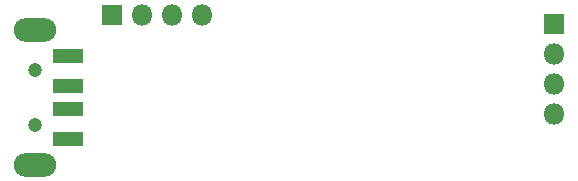
<source format=gbs>
G04 #@! TF.GenerationSoftware,KiCad,Pcbnew,(5.1.5)-3*
G04 #@! TF.CreationDate,2021-06-16T23:05:42+07:00*
G04 #@! TF.ProjectId,meteo_mini,6d657465-6f5f-46d6-996e-692e6b696361,rev?*
G04 #@! TF.SameCoordinates,Original*
G04 #@! TF.FileFunction,Soldermask,Bot*
G04 #@! TF.FilePolarity,Negative*
%FSLAX46Y46*%
G04 Gerber Fmt 4.6, Leading zero omitted, Abs format (unit mm)*
G04 Created by KiCad (PCBNEW (5.1.5)-3) date 2021-06-16 23:05:42*
%MOMM*%
%LPD*%
G04 APERTURE LIST*
%ADD10O,1.800000X1.800000*%
%ADD11R,1.800000X1.800000*%
%ADD12R,2.600000X1.200000*%
%ADD13O,3.600000X2.000000*%
%ADD14C,1.200000*%
G04 APERTURE END LIST*
D10*
X127800000Y-42900000D03*
X127800000Y-40360000D03*
X127800000Y-37820000D03*
D11*
X127800000Y-35280000D03*
X90450000Y-34500000D03*
D10*
X92990000Y-34500000D03*
X95530000Y-34500000D03*
X98070000Y-34500000D03*
D12*
X86650000Y-40500000D03*
X86650000Y-42500000D03*
X86650000Y-38000000D03*
X86650000Y-45000000D03*
D13*
X83900000Y-35800000D03*
X83900000Y-47200000D03*
D14*
X83900000Y-39200000D03*
X83900000Y-43800000D03*
M02*

</source>
